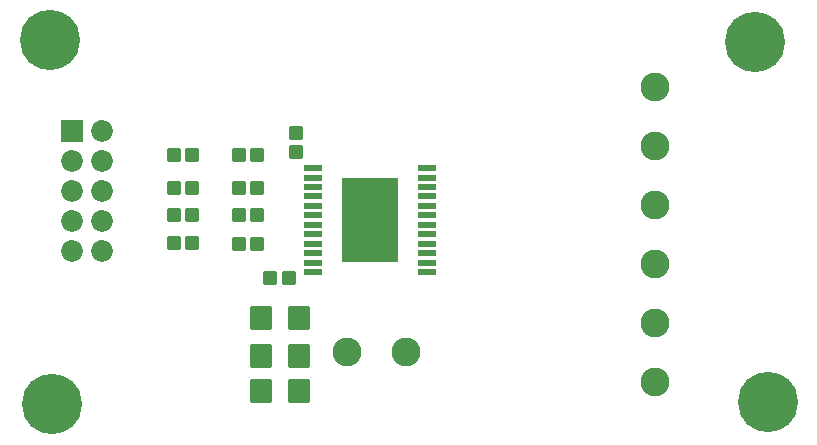
<source format=gts>
G04*
G04 #@! TF.GenerationSoftware,Altium Limited,Altium Designer,21.2.2 (38)*
G04*
G04 Layer_Color=8388736*
%FSLAX25Y25*%
%MOIN*%
G70*
G04*
G04 #@! TF.SameCoordinates,90C86947-368E-407B-B9CD-2D6109664978*
G04*
G04*
G04 #@! TF.FilePolarity,Negative*
G04*
G01*
G75*
G04:AMPARAMS|DCode=13|XSize=49.21mil|YSize=45.28mil|CornerRadius=5.91mil|HoleSize=0mil|Usage=FLASHONLY|Rotation=90.000|XOffset=0mil|YOffset=0mil|HoleType=Round|Shape=RoundedRectangle|*
%AMROUNDEDRECTD13*
21,1,0.04921,0.03347,0,0,90.0*
21,1,0.03740,0.04528,0,0,90.0*
1,1,0.01181,0.01673,0.01870*
1,1,0.01181,0.01673,-0.01870*
1,1,0.01181,-0.01673,-0.01870*
1,1,0.01181,-0.01673,0.01870*
%
%ADD13ROUNDEDRECTD13*%
%ADD14R,0.18500X0.28000*%
%ADD15R,0.06100X0.02200*%
G04:AMPARAMS|DCode=16|XSize=49.21mil|YSize=45.28mil|CornerRadius=6.89mil|HoleSize=0mil|Usage=FLASHONLY|Rotation=90.000|XOffset=0mil|YOffset=0mil|HoleType=Round|Shape=RoundedRectangle|*
%AMROUNDEDRECTD16*
21,1,0.04921,0.03150,0,0,90.0*
21,1,0.03543,0.04528,0,0,90.0*
1,1,0.01378,0.01575,0.01772*
1,1,0.01378,0.01575,-0.01772*
1,1,0.01378,-0.01575,-0.01772*
1,1,0.01378,-0.01575,0.01772*
%
%ADD16ROUNDEDRECTD16*%
G04:AMPARAMS|DCode=17|XSize=49.21mil|YSize=45.28mil|CornerRadius=6.89mil|HoleSize=0mil|Usage=FLASHONLY|Rotation=0.000|XOffset=0mil|YOffset=0mil|HoleType=Round|Shape=RoundedRectangle|*
%AMROUNDEDRECTD17*
21,1,0.04921,0.03150,0,0,0.0*
21,1,0.03543,0.04528,0,0,0.0*
1,1,0.01378,0.01772,-0.01575*
1,1,0.01378,-0.01772,-0.01575*
1,1,0.01378,-0.01772,0.01575*
1,1,0.01378,0.01772,0.01575*
%
%ADD17ROUNDEDRECTD17*%
G04:AMPARAMS|DCode=18|XSize=80.71mil|YSize=74.8mil|CornerRadius=9.84mil|HoleSize=0mil|Usage=FLASHONLY|Rotation=90.000|XOffset=0mil|YOffset=0mil|HoleType=Round|Shape=RoundedRectangle|*
%AMROUNDEDRECTD18*
21,1,0.08071,0.05512,0,0,90.0*
21,1,0.06102,0.07480,0,0,90.0*
1,1,0.01968,0.02756,0.03051*
1,1,0.01968,0.02756,-0.03051*
1,1,0.01968,-0.02756,-0.03051*
1,1,0.01968,-0.02756,0.03051*
%
%ADD18ROUNDEDRECTD18*%
%ADD19C,0.20079*%
%ADD20C,0.09646*%
%ADD21C,0.07284*%
%ADD22R,0.07284X0.07284*%
D13*
X75197Y74410D02*
D03*
X81496D02*
D03*
X75197Y83465D02*
D03*
X81496D02*
D03*
X75197Y64961D02*
D03*
X81496D02*
D03*
Y94488D02*
D03*
X75197D02*
D03*
D14*
X118898Y72835D02*
D03*
D15*
X137898Y90158D02*
D03*
Y87008D02*
D03*
Y83858D02*
D03*
Y80709D02*
D03*
Y77559D02*
D03*
Y74410D02*
D03*
Y71260D02*
D03*
Y68110D02*
D03*
Y64961D02*
D03*
Y61811D02*
D03*
Y58661D02*
D03*
Y55512D02*
D03*
X99898D02*
D03*
Y58661D02*
D03*
Y61811D02*
D03*
Y64961D02*
D03*
Y68110D02*
D03*
Y71260D02*
D03*
Y74410D02*
D03*
Y77559D02*
D03*
Y80709D02*
D03*
Y83858D02*
D03*
Y87008D02*
D03*
Y90158D02*
D03*
D16*
X59842Y65051D02*
D03*
X53543D02*
D03*
X59842Y74500D02*
D03*
X53543D02*
D03*
X59842Y83555D02*
D03*
X53543D02*
D03*
X59842Y94579D02*
D03*
X53543D02*
D03*
X92126Y53543D02*
D03*
X85827D02*
D03*
D17*
X94488Y95669D02*
D03*
Y101969D02*
D03*
D18*
X95276Y15748D02*
D03*
X82677D02*
D03*
X95276Y27559D02*
D03*
X82677D02*
D03*
X95276Y40157D02*
D03*
X82677D02*
D03*
D19*
X251575Y12205D02*
D03*
X12992Y11417D02*
D03*
X247244Y132283D02*
D03*
X12205Y132677D02*
D03*
D20*
X214173Y38583D02*
D03*
Y18898D02*
D03*
Y97638D02*
D03*
Y117323D02*
D03*
Y77953D02*
D03*
Y58268D02*
D03*
X131102Y28740D02*
D03*
X111417D02*
D03*
D21*
X29815Y62600D02*
D03*
X19815Y62598D02*
D03*
X29815Y92598D02*
D03*
Y72598D02*
D03*
Y82598D02*
D03*
Y102598D02*
D03*
X19815Y72598D02*
D03*
Y82598D02*
D03*
Y92598D02*
D03*
D22*
Y102598D02*
D03*
M02*

</source>
